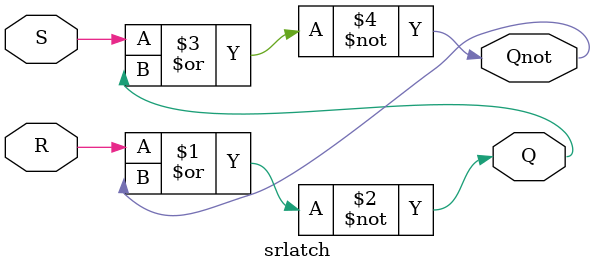
<source format=v>
module srlatch (
    input wire R,
    input wire S,
    output wire Q,
    output wire Qnot
);


assign Q = ~(R | Qnot);
assign Qnot = ~(S | Q);

endmodule 




</source>
